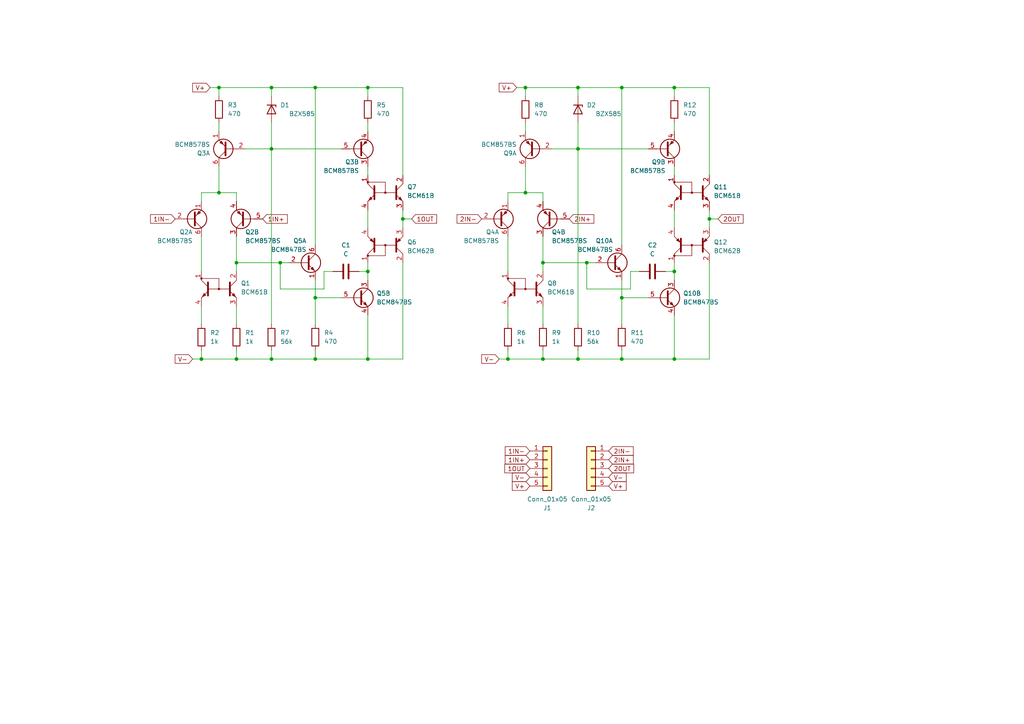
<source format=kicad_sch>
(kicad_sch (version 20250114) (generator "eeschema") (generator_version "9.0")
  (paper "A4")
  (lib_symbols
    (symbol "Connector_Generic:Conn_01x05" (pin_names (offset 1.016) (hide yes))
      (property "Reference" "J" (at 0 7.62 0))
      (property "Value" "Conn_01x05" (at 0 -7.62 0))
      (symbol "Conn_01x05_1_1"
        (rectangle (start -1.27 6.35) (end 1.27 -6.35) (stroke (width 0.254)) (fill (type background)))
        (rectangle (start -1.27 5.207) (end 0 4.953) (stroke (width 0.1524)))
        (rectangle (start -1.27 2.667) (end 0 2.413) (stroke (width 0.1524)))
        (rectangle (start -1.27 0.127) (end 0 -0.127) (stroke (width 0.1524)))
        (rectangle (start -1.27 -2.413) (end 0 -2.667) (stroke (width 0.1524)))
        (rectangle (start -1.27 -4.953) (end 0 -5.207) (stroke (width 0.1524)))
        (pin passive line (at -5.08 5.08 0) (length 3.81) (name "Pin_1") (number "1"))
        (pin passive line (at -5.08 2.54 0) (length 3.81) (name "Pin_2") (number "2"))
        (pin passive line (at -5.08 0 0) (length 3.81) (name "Pin_3") (number "3"))
        (pin passive line (at -5.08 -2.54 0) (length 3.81) (name "Pin_4") (number "4"))
        (pin passive line (at -5.08 -5.08 0) (length 3.81) (name "Pin_5") (number "5"))
      )
    )
    (symbol "Device:C" (pin_numbers (hide yes)) (pin_names (offset 0.254))
      (property "Reference" "C" (at 0.635 2.54 0))
      (property "Value" "C" (at 0.635 -2.54 0))
      (symbol "C_0_1"
        (polyline (pts (xy -2.032 0.762) (xy 2.032 0.762)) (stroke (width 0.508)))
        (polyline (pts (xy -2.032 -0.762) (xy 2.032 -0.762)) (stroke (width 0.508)))
      )
      (symbol "C_1_1"
        (pin passive line (at 0 3.81 270) (length 2.794) (name "~") (number "1"))
        (pin passive line (at 0 -3.81 90) (length 2.794) (name "~") (number "2"))
      )
    )
    (symbol "Device:D_Zener" (pin_numbers (hide yes)) (pin_names (offset 1.016) (hide yes))
      (property "Reference" "D" (at 0 2.54 0))
      (property "Value" "D_Zener" (at 0 -2.54 0))
      (symbol "D_Zener_0_1"
        (polyline (pts (xy -1.27 -1.27) (xy -1.27 1.27) (xy -0.762 1.27)) (stroke (width 0.254)))
        (polyline (pts (xy 1.27 0) (xy -1.27 0)))
        (polyline (pts (xy 1.27 -1.27) (xy 1.27 1.27) (xy -1.27 0) (xy 1.27 -1.27)) (stroke (width 0.254)))
      )
      (symbol "D_Zener_1_1"
        (pin passive line (at -3.81 0 0) (length 2.54) (name "K") (number "1"))
        (pin passive line (at 3.81 0 180) (length 2.54) (name "A") (number "2"))
      )
    )
    (symbol "Device:R" (pin_numbers (hide yes)) (pin_names (offset 0))
      (property "Reference" "R" (at 2.032 0 90))
      (property "Value" "R" (at 0 0 90))
      (symbol "R_0_1"
        (rectangle (start -1.016 -2.54) (end 1.016 2.54) (stroke (width 0.254)))
      )
      (symbol "R_1_1"
        (pin passive line (at 0 3.81 270) (length 1.27) (name "~") (number "1"))
        (pin passive line (at 0 -3.81 90) (length 1.27) (name "~") (number "2"))
      )
    )
    (symbol "Transistor_BJT:Q_Dual_NPN_C2C1E1E2" (pin_names (offset 0) (hide yes))
      (property "Reference" "Q" (at 7.62 1.27 0))
      (property "Value" "Q_Dual_NPN_C2C1E1E2" (at 7.62 -1.27 0))
      (symbol "Q_Dual_NPN_C2C1E1E2_0_1"
        (circle (center -5.08 3.048) (radius 0.254) (fill (type outline)))
        (polyline (pts (xy -5.08 2.54) (xy -3.175 0.635)))
        (polyline (pts (xy -5.08 -2.54) (xy -3.175 -0.635)))
        (polyline (pts (xy -3.81 -1.778) (xy -4.318 -1.27) (xy -4.826 -2.286) (xy -3.81 -1.778)) (fill (type outline)))
        (polyline (pts (xy -3.175 -1.905) (xy -3.175 1.905)) (stroke (width 0.508)) (fill (type outline)))
        (polyline (pts (xy 0 0) (xy 0 3.048) (xy -5.08 3.048)))
        (circle (center 0 0) (radius 0.254) (fill (type outline)))
        (polyline (pts (xy 3.175 0) (xy -3.175 0)))
        (polyline (pts (xy 3.175 -1.905) (xy 3.175 1.905)) (stroke (width 0.508)) (fill (type outline)))
        (polyline (pts (xy 3.81 -1.778) (xy 4.318 -1.27) (xy 4.826 -2.286) (xy 3.81 -1.778)) (fill (type outline)))
        (polyline (pts (xy 5.08 2.54) (xy 3.175 0.635)))
        (polyline (pts (xy 5.08 -2.54) (xy 3.175 -0.635)))
      )
      (symbol "Q_Dual_NPN_C2C1E1E2_1_1"
        (pin passive line (at -5.08 5.08 270) (length 2.54) (name "C2") (number "1"))
        (pin passive line (at -5.08 -5.08 90) (length 2.54) (name "E2") (number "4"))
        (pin passive line (at 5.08 5.08 270) (length 2.54) (name "C1") (number "2"))
        (pin passive line (at 5.08 -5.08 90) (length 2.54) (name "E1") (number "3"))
      )
    )
    (symbol "Transistor_BJT:Q_Dual_NPN_NPN_E1B1C2E2B2C1" (pin_names (offset 0) (hide yes))
      (property "Reference" "Q" (at 5.08 1.27 0))
      (property "Value" "Q_Dual_NPN_NPN_E1B1C2E2B2C1" (at 5.08 -1.27 0))
      (symbol "Q_Dual_NPN_NPN_E1B1C2E2B2C1_0_1"
        (polyline (pts (xy 0.635 1.905) (xy 0.635 -1.905)) (stroke (width 0.508)))
        (polyline (pts (xy 0.635 0.635) (xy 2.54 2.54)))
        (polyline (pts (xy 0.635 0) (xy -2.54 0)))
        (polyline (pts (xy 0.635 -0.635) (xy 2.54 -2.54)))
        (circle (center 1.27 0) (radius 2.8194) (stroke (width 0.254)))
        (polyline (pts (xy 1.27 -1.778) (xy 1.778 -1.27) (xy 2.286 -2.286) (xy 1.27 -1.778)) (fill (type outline)))
      )
      (symbol "Q_Dual_NPN_NPN_E1B1C2E2B2C1_1_1"
        (pin input line (at -5.08 0 0) (length 2.54) (name "B1") (number "2"))
        (pin passive line (at 2.54 5.08 270) (length 2.54) (name "C1") (number "6"))
        (pin passive line (at 2.54 -5.08 90) (length 2.54) (name "E1") (number "1"))
      )
      (symbol "Q_Dual_NPN_NPN_E1B1C2E2B2C1_2_1"
        (pin input line (at -5.08 0 0) (length 2.54) (name "B2") (number "5"))
        (pin passive line (at 2.54 5.08 270) (length 2.54) (name "C2") (number "3"))
        (pin passive line (at 2.54 -5.08 90) (length 2.54) (name "E2") (number "4"))
      )
    )
    (symbol "Transistor_BJT:Q_Dual_PNP_C2C1E1E2" (pin_names (offset 0) (hide yes))
      (property "Reference" "Q" (at 7.62 1.27 0))
      (property "Value" "Q_Dual_PNP_C2C1E1E2" (at 7.62 -1.27 0))
      (symbol "Q_Dual_PNP_C2C1E1E2_0_1"
        (polyline (pts (xy -5.08 2.54) (xy -3.175 0.635)))
        (polyline (pts (xy -5.08 -2.54) (xy -3.175 -0.635)))
        (circle (center -5.08 -3.048) (radius 0.254) (fill (type outline)))
        (polyline (pts (xy -3.937 1.905) (xy -4.445 1.397) (xy -3.429 0.889) (xy -3.937 1.905)) (fill (type outline)))
        (polyline (pts (xy -3.175 -1.905) (xy -3.175 1.905)) (stroke (width 0.508)) (fill (type outline)))
        (polyline (pts (xy 0 0) (xy 0 -3.048) (xy -5.08 -3.048)))
        (circle (center 0 0) (radius 0.254) (fill (type outline)))
        (polyline (pts (xy 3.175 0) (xy -3.175 0)))
        (polyline (pts (xy 3.175 -1.905) (xy 3.175 1.905)) (stroke (width 0.508)) (fill (type outline)))
        (polyline (pts (xy 3.937 1.905) (xy 4.445 1.397) (xy 3.429 0.889) (xy 3.937 1.905)) (fill (type outline)))
        (polyline (pts (xy 5.08 2.54) (xy 3.175 0.635)))
        (polyline (pts (xy 5.08 -2.54) (xy 3.175 -0.635)))
      )
      (symbol "Q_Dual_PNP_C2C1E1E2_1_1"
        (pin passive line (at -5.08 5.08 270) (length 2.54) (name "E2") (number "4"))
        (pin passive line (at -5.08 -5.08 90) (length 2.54) (name "C2") (number "1"))
        (pin passive line (at 5.08 5.08 270) (length 2.54) (name "E1") (number "3"))
        (pin passive line (at 5.08 -5.08 90) (length 2.54) (name "C1") (number "2"))
      )
    )
    (symbol "Transistor_BJT:Q_Dual_PNP_PNP_E1B1C2E2B2C1" (pin_names (offset 0) (hide yes))
      (property "Reference" "Q" (at 5.08 1.27 0))
      (property "Value" "Q_Dual_PNP_PNP_E1B1C2E2B2C1" (at 5.08 -1.27 0))
      (symbol "Q_Dual_PNP_PNP_E1B1C2E2B2C1_0_1"
        (polyline (pts (xy 0.635 1.905) (xy 0.635 -1.905)) (stroke (width 0.508)))
        (polyline (pts (xy 0.635 0.635) (xy 2.54 2.54)))
        (polyline (pts (xy 0.635 0) (xy -2.54 0)))
        (polyline (pts (xy 0.635 -0.635) (xy 2.54 -2.54)))
        (circle (center 1.27 0) (radius 2.8194) (stroke (width 0.254)))
        (polyline (pts (xy 2.286 -1.778) (xy 1.778 -2.286) (xy 1.27 -1.27) (xy 2.286 -1.778)) (fill (type outline)))
      )
      (symbol "Q_Dual_PNP_PNP_E1B1C2E2B2C1_1_1"
        (pin input line (at -5.08 0 0) (length 2.54) (name "B1") (number "2"))
        (pin passive line (at 2.54 5.08 270) (length 2.54) (name "C1") (number "6"))
        (pin passive line (at 2.54 -5.08 90) (length 2.54) (name "E1") (number "1"))
      )
      (symbol "Q_Dual_PNP_PNP_E1B1C2E2B2C1_2_1"
        (pin input line (at -5.08 0 0) (length 2.54) (name "B2") (number "5"))
        (pin passive line (at 2.54 5.08 270) (length 2.54) (name "C2") (number "3"))
        (pin passive line (at 2.54 -5.08 90) (length 2.54) (name "E2") (number "4"))
      )
    )
  )
  (junction (at 157.48 104.14))
  (junction (at 106.68 25.4))
  (junction (at 116.84 63.5))
  (junction (at 152.4 55.88))
  (junction (at 78.74 104.14))
  (junction (at 58.42 104.14))
  (junction (at 78.74 43.18))
  (junction (at 91.44 104.14))
  (junction (at 180.34 25.4))
  (junction (at 157.48 76.2))
  (junction (at 147.32 104.14))
  (junction (at 68.58 104.14))
  (junction (at 106.68 104.14))
  (junction (at 180.34 86.36))
  (junction (at 63.5 55.88))
  (junction (at 167.64 25.4))
  (junction (at 81.28 76.2))
  (junction (at 205.74 63.5))
  (junction (at 91.44 86.36))
  (junction (at 78.74 25.4))
  (junction (at 170.18 76.2))
  (junction (at 167.64 43.18))
  (junction (at 63.5 25.4))
  (junction (at 106.68 78.74))
  (junction (at 195.58 78.74))
  (junction (at 167.64 104.14))
  (junction (at 68.58 76.2))
  (junction (at 195.58 25.4))
  (junction (at 180.34 104.14))
  (junction (at 195.58 104.14))
  (junction (at 91.44 25.4))
  (junction (at 152.4 25.4))
  (wire (pts (xy 167.64 35.56) (xy 167.64 43.18)))
  (wire (pts (xy 195.58 35.56) (xy 195.58 38.1)))
  (wire (pts (xy 152.4 27.94) (xy 152.4 25.4)))
  (wire (pts (xy 91.44 101.6) (xy 91.44 104.14)))
  (wire (pts (xy 104.14 78.74) (xy 106.68 78.74)))
  (wire (pts (xy 180.34 25.4) (xy 180.34 71.12)))
  (wire (pts (xy 68.58 76.2) (xy 81.28 76.2)))
  (wire (pts (xy 185.42 78.74) (xy 182.88 78.74)))
  (wire (pts (xy 147.32 88.9) (xy 147.32 93.98)))
  (wire (pts (xy 116.84 76.2) (xy 116.84 104.14)))
  (wire (pts (xy 78.74 104.14) (xy 91.44 104.14)))
  (wire (pts (xy 58.42 55.88) (xy 58.42 58.42)))
  (wire (pts (xy 68.58 104.14) (xy 68.58 101.6)))
  (wire (pts (xy 68.58 55.88) (xy 63.5 55.88)))
  (wire (pts (xy 195.58 91.44) (xy 195.58 104.14)))
  (wire (pts (xy 106.68 25.4) (xy 106.68 27.94)))
  (wire (pts (xy 78.74 25.4) (xy 78.74 27.94)))
  (wire (pts (xy 157.48 104.14) (xy 167.64 104.14)))
  (wire (pts (xy 78.74 43.18) (xy 78.74 93.98)))
  (wire (pts (xy 160.02 43.18) (xy 167.64 43.18)))
  (wire (pts (xy 193.04 78.74) (xy 195.58 78.74)))
  (wire (pts (xy 106.68 91.44) (xy 106.68 104.14)))
  (wire (pts (xy 182.88 78.74) (xy 182.88 83.82)))
  (wire (pts (xy 81.28 83.82) (xy 81.28 76.2)))
  (wire (pts (xy 205.74 63.5) (xy 205.74 66.04)))
  (wire (pts (xy 180.34 25.4) (xy 195.58 25.4)))
  (wire (pts (xy 180.34 86.36) (xy 187.96 86.36)))
  (wire (pts (xy 106.68 104.14) (xy 116.84 104.14)))
  (wire (pts (xy 147.32 68.58) (xy 147.32 78.74)))
  (wire (pts (xy 106.68 76.2) (xy 106.68 78.74)))
  (wire (pts (xy 68.58 68.58) (xy 68.58 76.2)))
  (wire (pts (xy 167.64 25.4) (xy 180.34 25.4)))
  (wire (pts (xy 144.78 104.14) (xy 147.32 104.14)))
  (wire (pts (xy 167.64 43.18) (xy 167.64 93.98)))
  (wire (pts (xy 91.44 25.4) (xy 91.44 71.12)))
  (wire (pts (xy 106.68 60.96) (xy 106.68 66.04)))
  (wire (pts (xy 63.5 27.94) (xy 63.5 25.4)))
  (wire (pts (xy 157.48 76.2) (xy 170.18 76.2)))
  (wire (pts (xy 106.68 35.56) (xy 106.68 38.1)))
  (wire (pts (xy 152.4 48.26) (xy 152.4 55.88)))
  (wire (pts (xy 93.98 83.82) (xy 81.28 83.82)))
  (wire (pts (xy 195.58 104.14) (xy 205.74 104.14)))
  (wire (pts (xy 182.88 83.82) (xy 170.18 83.82)))
  (wire (pts (xy 152.4 25.4) (xy 167.64 25.4)))
  (wire (pts (xy 91.44 86.36) (xy 99.06 86.36)))
  (wire (pts (xy 106.68 78.74) (xy 106.68 81.28)))
  (wire (pts (xy 58.42 101.6) (xy 58.42 104.14)))
  (wire (pts (xy 78.74 43.18) (xy 99.06 43.18)))
  (wire (pts (xy 205.74 25.4) (xy 205.74 50.8)))
  (wire (pts (xy 63.5 25.4) (xy 78.74 25.4)))
  (wire (pts (xy 91.44 81.28) (xy 91.44 86.36)))
  (wire (pts (xy 147.32 101.6) (xy 147.32 104.14)))
  (wire (pts (xy 167.64 43.18) (xy 187.96 43.18)))
  (wire (pts (xy 157.48 104.14) (xy 157.48 101.6)))
  (wire (pts (xy 157.48 68.58) (xy 157.48 76.2)))
  (wire (pts (xy 157.48 55.88) (xy 152.4 55.88)))
  (wire (pts (xy 68.58 58.42) (xy 68.58 55.88)))
  (wire (pts (xy 63.5 48.26) (xy 63.5 55.88)))
  (wire (pts (xy 91.44 86.36) (xy 91.44 93.98)))
  (wire (pts (xy 152.4 35.56) (xy 152.4 38.1)))
  (wire (pts (xy 91.44 104.14) (xy 106.68 104.14)))
  (wire (pts (xy 195.58 25.4) (xy 195.58 27.94)))
  (wire (pts (xy 147.32 104.14) (xy 157.48 104.14)))
  (wire (pts (xy 55.88 104.14) (xy 58.42 104.14)))
  (wire (pts (xy 157.48 88.9) (xy 157.48 93.98)))
  (wire (pts (xy 63.5 55.88) (xy 58.42 55.88)))
  (wire (pts (xy 195.58 76.2) (xy 195.58 78.74)))
  (wire (pts (xy 116.84 60.96) (xy 116.84 63.5)))
  (wire (pts (xy 195.58 60.96) (xy 195.58 66.04)))
  (wire (pts (xy 93.98 78.74) (xy 93.98 83.82)))
  (wire (pts (xy 152.4 55.88) (xy 147.32 55.88)))
  (wire (pts (xy 58.42 68.58) (xy 58.42 78.74)))
  (wire (pts (xy 116.84 63.5) (xy 119.38 63.5)))
  (wire (pts (xy 116.84 63.5) (xy 116.84 66.04)))
  (wire (pts (xy 167.64 101.6) (xy 167.64 104.14)))
  (wire (pts (xy 180.34 81.28) (xy 180.34 86.36)))
  (wire (pts (xy 116.84 25.4) (xy 116.84 50.8)))
  (wire (pts (xy 195.58 78.74) (xy 195.58 81.28)))
  (wire (pts (xy 167.64 25.4) (xy 167.64 27.94)))
  (wire (pts (xy 78.74 25.4) (xy 91.44 25.4)))
  (wire (pts (xy 91.44 25.4) (xy 106.68 25.4)))
  (wire (pts (xy 157.48 58.42) (xy 157.48 55.88)))
  (wire (pts (xy 195.58 25.4) (xy 205.74 25.4)))
  (wire (pts (xy 180.34 101.6) (xy 180.34 104.14)))
  (wire (pts (xy 149.86 25.4) (xy 152.4 25.4)))
  (wire (pts (xy 58.42 88.9) (xy 58.42 93.98)))
  (wire (pts (xy 68.58 104.14) (xy 78.74 104.14)))
  (wire (pts (xy 195.58 48.26) (xy 195.58 50.8)))
  (wire (pts (xy 106.68 48.26) (xy 106.68 50.8)))
  (wire (pts (xy 78.74 101.6) (xy 78.74 104.14)))
  (wire (pts (xy 170.18 83.82) (xy 170.18 76.2)))
  (wire (pts (xy 63.5 35.56) (xy 63.5 38.1)))
  (wire (pts (xy 205.74 76.2) (xy 205.74 104.14)))
  (wire (pts (xy 96.52 78.74) (xy 93.98 78.74)))
  (wire (pts (xy 68.58 76.2) (xy 68.58 78.74)))
  (wire (pts (xy 157.48 76.2) (xy 157.48 78.74)))
  (wire (pts (xy 205.74 63.5) (xy 208.28 63.5)))
  (wire (pts (xy 170.18 76.2) (xy 172.72 76.2)))
  (wire (pts (xy 78.74 35.56) (xy 78.74 43.18)))
  (wire (pts (xy 147.32 55.88) (xy 147.32 58.42)))
  (wire (pts (xy 60.96 25.4) (xy 63.5 25.4)))
  (wire (pts (xy 68.58 88.9) (xy 68.58 93.98)))
  (wire (pts (xy 167.64 104.14) (xy 180.34 104.14)))
  (wire (pts (xy 58.42 104.14) (xy 68.58 104.14)))
  (wire (pts (xy 81.28 76.2) (xy 83.82 76.2)))
  (wire (pts (xy 180.34 86.36) (xy 180.34 93.98)))
  (wire (pts (xy 205.74 60.96) (xy 205.74 63.5)))
  (wire (pts (xy 180.34 104.14) (xy 195.58 104.14)))
  (wire (pts (xy 106.68 25.4) (xy 116.84 25.4)))
  (wire (pts (xy 71.12 43.18) (xy 78.74 43.18)))
  (global_label "2IN-" (shape input) (at 139.7 63.5 180) (property "Intersheetrefs" "${INTERSHEET_REFS}" (effects (hide yes))))
  (global_label "V-" (shape input) (at 153.67 138.43 180) (property "Intersheetrefs" "${INTERSHEET_REFS}" (effects (hide yes))))
  (global_label "1IN+" (shape input) (at 153.67 133.35 180) (property "Intersheetrefs" "${INTERSHEET_REFS}" (effects (hide yes))))
  (global_label "1IN-" (shape input) (at 50.8 63.5 180) (property "Intersheetrefs" "${INTERSHEET_REFS}" (effects (hide yes))))
  (global_label "V+" (shape input) (at 60.96 25.4 180) (property "Intersheetrefs" "${INTERSHEET_REFS}" (effects (hide yes))))
  (global_label "2IN-" (shape input) (at 176.53 130.81 0) (property "Intersheetrefs" "${INTERSHEET_REFS}" (effects (hide yes))))
  (global_label "V+" (shape input) (at 153.67 140.97 180) (property "Intersheetrefs" "${INTERSHEET_REFS}" (effects (hide yes))))
  (global_label "V+" (shape input) (at 176.53 140.97 0) (property "Intersheetrefs" "${INTERSHEET_REFS}" (effects (hide yes))))
  (global_label "2IN+" (shape input) (at 165.1 63.5 0) (property "Intersheetrefs" "${INTERSHEET_REFS}" (effects (hide yes))))
  (global_label "V-" (shape input) (at 144.78 104.14 180) (property "Intersheetrefs" "${INTERSHEET_REFS}" (effects (hide yes))))
  (global_label "1IN+" (shape input) (at 76.2 63.5 0) (property "Intersheetrefs" "${INTERSHEET_REFS}" (effects (hide yes))))
  (global_label "V-" (shape input) (at 55.88 104.14 180) (property "Intersheetrefs" "${INTERSHEET_REFS}" (effects (hide yes))))
  (global_label "1OUT" (shape input) (at 153.67 135.89 180) (property "Intersheetrefs" "${INTERSHEET_REFS}" (effects (hide yes))))
  (global_label "V-" (shape input) (at 176.53 138.43 0) (property "Intersheetrefs" "${INTERSHEET_REFS}" (effects (hide yes))))
  (global_label "2OUT" (shape input) (at 208.28 63.5 0) (property "Intersheetrefs" "${INTERSHEET_REFS}" (effects (hide yes))))
  (global_label "V+" (shape input) (at 149.86 25.4 180) (property "Intersheetrefs" "${INTERSHEET_REFS}" (effects (hide yes))))
  (global_label "2OUT" (shape input) (at 176.53 135.89 0) (property "Intersheetrefs" "${INTERSHEET_REFS}" (effects (hide yes))))
  (global_label "2IN+" (shape input) (at 176.53 133.35 0) (property "Intersheetrefs" "${INTERSHEET_REFS}" (effects (hide yes))))
  (global_label "1OUT" (shape input) (at 119.38 63.5 0) (property "Intersheetrefs" "${INTERSHEET_REFS}" (effects (hide yes))))
  (global_label "1IN-" (shape input) (at 153.67 130.81 180) (property "Intersheetrefs" "${INTERSHEET_REFS}" (effects (hide yes))))
  (symbol (lib_id "Transistor_BJT:Q_Dual_NPN_C2C1E1E2") (at 200.66 55.88 0) (unit 1)
    (property "Reference" "Q11" (at 207.01 54.2289 0) (effects (justify left)))
    (property "Value" "BCM61B" (at 207.01 56.7689 0) (effects (justify left)))
    (property "Footprint" "Package_TO_SOT_SMD:SOT-143" (effects (hide yes)))
    (property "Description" "Double NPN transistors, current mirror configuration" (effects (hide yes)))
  )
  (symbol (lib_id "Device:R") (at 180.34 97.79 0) (unit 1)
    (property "Reference" "R11" (at 182.88 96.5199 0) (effects (justify left)))
    (property "Value" "470" (at 182.88 99.0599 0) (effects (justify left)))
    (property "Footprint" "Resistor_SMD:R_0402_1005Metric" (effects (hide yes)))
    (property "Description" "Resistor" (effects (hide yes)))
  )
  (symbol (lib_id "Transistor_BJT:Q_Dual_PNP_PNP_E1B1C2E2B2C1") (at 144.78 63.5 0) (mirror x) (unit 1)
    (property "Reference" "Q4" (at 144.78 67.31 0) (effects (justify right)))
    (property "Value" "BCM857BS" (at 144.78 69.85 0) (effects (justify right)))
    (property "Footprint" "Package_TO_SOT_SMD:SOT-363_SC-70-6" (effects (hide yes)))
    (property "Description" "Dual PNP transistor, 6 pin package" (effects (hide yes)))
  )
  (symbol (lib_id "Transistor_BJT:Q_Dual_PNP_C2C1E1E2") (at 111.76 71.12 0) (unit 1)
    (property "Reference" "Q6" (at 118.11 70.2309 0) (effects (justify left)))
    (property "Value" "BCM62B" (at 118.11 72.7709 0) (effects (justify left)))
    (property "Footprint" "Package_TO_SOT_SMD:SOT-143" (effects (hide yes)))
    (property "Description" "Double PNP transistors, current mirror configuration" (effects (hide yes)))
  )
  (symbol (lib_id "Transistor_BJT:Q_Dual_PNP_PNP_E1B1C2E2B2C1") (at 104.14 43.18 0) (mirror x) (unit 2)
    (property "Reference" "Q3" (at 104.14 46.99 0) (effects (justify right)))
    (property "Value" "BCM857BS" (at 104.14 49.53 0) (effects (justify right)))
    (property "Footprint" "Package_TO_SOT_SMD:SOT-363_SC-70-6" (effects (hide yes)))
    (property "Description" "Dual PNP transistor, 6 pin package" (effects (hide yes)))
  )
  (symbol (lib_id "Device:R") (at 195.58 31.75 0) (unit 1)
    (property "Reference" "R12" (at 198.12 30.4799 0) (effects (justify left)))
    (property "Value" "470" (at 198.12 33.0199 0) (effects (justify left)))
    (property "Footprint" "Resistor_SMD:R_0402_1005Metric" (effects (hide yes)))
    (property "Description" "Resistor" (effects (hide yes)))
  )
  (symbol (lib_id "Connector_Generic:Conn_01x05") (at 158.75 135.89 0) (unit 1)
    (property "Reference" "J1" (at 158.75 147.32 0))
    (property "Value" "Conn_01x05" (at 158.75 144.78 0))
    (property "Footprint" "Connector_PinHeader_1.27mm:PinHeader_1x05_P1.27mm_Vertical" (effects (hide yes)))
    (property "Description" "Generic connector, single row, 01x05, script generated (kicad-library-utils/schlib/autogen/connector/)" (effects (hide yes)))
  )
  (symbol (lib_id "Transistor_BJT:Q_Dual_PNP_C2C1E1E2") (at 200.66 71.12 0) (unit 1)
    (property "Reference" "Q12" (at 207.01 70.2309 0) (effects (justify left)))
    (property "Value" "BCM62B" (at 207.01 72.7709 0) (effects (justify left)))
    (property "Footprint" "Package_TO_SOT_SMD:SOT-143" (effects (hide yes)))
    (property "Description" "Double PNP transistors, current mirror configuration" (effects (hide yes)))
  )
  (symbol (lib_id "Transistor_BJT:Q_Dual_PNP_PNP_E1B1C2E2B2C1") (at 154.94 43.18 180) (unit 1)
    (property "Reference" "Q9" (at 149.86 44.4501 0) (effects (justify left)))
    (property "Value" "BCM857BS" (at 149.86 41.9101 0) (effects (justify left)))
    (property "Footprint" "Package_TO_SOT_SMD:SOT-363_SC-70-6" (effects (hide yes)))
    (property "Description" "Dual PNP transistor, 6 pin package" (effects (hide yes)))
  )
  (symbol (lib_id "Device:R") (at 152.4 31.75 0) (unit 1)
    (property "Reference" "R8" (at 154.94 30.4799 0) (effects (justify left)))
    (property "Value" "470" (at 154.94 33.0199 0) (effects (justify left)))
    (property "Footprint" "Resistor_SMD:R_0402_1005Metric" (effects (hide yes)))
    (property "Description" "Resistor" (effects (hide yes)))
  )
  (symbol (lib_id "Device:R") (at 157.48 97.79 0) (unit 1)
    (property "Reference" "R9" (at 160.02 96.5199 0) (effects (justify left)))
    (property "Value" "1k" (at 160.02 99.0599 0) (effects (justify left)))
    (property "Footprint" "Resistor_SMD:R_0402_1005Metric" (effects (hide yes)))
    (property "Description" "Resistor" (effects (hide yes)))
  )
  (symbol (lib_id "Transistor_BJT:Q_Dual_NPN_NPN_E1B1C2E2B2C1") (at 104.14 86.36 0) (unit 2)
    (property "Reference" "Q5" (at 109.22 85.0899 0) (effects (justify left)))
    (property "Value" "BCM847BS" (at 109.22 87.6299 0) (effects (justify left)))
    (property "Footprint" "Package_TO_SOT_SMD:SOT-363_SC-70-6" (effects (hide yes)))
    (property "Description" "Dual NPN transistor, 6 pin package" (effects (hide yes)))
  )
  (symbol (lib_id "Transistor_BJT:Q_Dual_PNP_PNP_E1B1C2E2B2C1") (at 193.04 43.18 0) (mirror x) (unit 2)
    (property "Reference" "Q9" (at 193.04 46.99 0) (effects (justify right)))
    (property "Value" "BCM857BS" (at 193.04 49.53 0) (effects (justify right)))
    (property "Footprint" "Package_TO_SOT_SMD:SOT-363_SC-70-6" (effects (hide yes)))
    (property "Description" "Dual PNP transistor, 6 pin package" (effects (hide yes)))
  )
  (symbol (lib_id "Device:D_Zener") (at 167.64 31.75 270) (unit 1)
    (property "Reference" "D2" (at 170.18 30.4799 90) (effects (justify left)))
    (property "Value" "BZX585" (at 172.72 33.0199 90) (effects (justify left)))
    (property "Footprint" "Diode_SMD:D_SOD-523" (effects (hide yes)))
    (property "Description" "Zener diode" (effects (hide yes)))
  )
  (symbol (lib_id "Device:R") (at 78.74 97.79 0) (unit 1)
    (property "Reference" "R7" (at 81.28 96.5199 0) (effects (justify left)))
    (property "Value" "56k" (at 81.28 99.0599 0) (effects (justify left)))
    (property "Footprint" "Resistor_SMD:R_0402_1005Metric" (effects (hide yes)))
    (property "Description" "Resistor" (effects (hide yes)))
  )
  (symbol (lib_id "Device:C") (at 189.23 78.74 90) (unit 1)
    (property "Reference" "C2" (at 189.23 71.12 90))
    (property "Value" "C" (at 189.23 73.66 90))
    (property "Footprint" "Capacitor_SMD:C_0402_1005Metric" (effects (hide yes)))
    (property "Description" "Unpolarized capacitor" (effects (hide yes)))
  )
  (symbol (lib_id "Device:R") (at 167.64 97.79 0) (unit 1)
    (property "Reference" "R10" (at 170.18 96.5199 0) (effects (justify left)))
    (property "Value" "56k" (at 170.18 99.0599 0) (effects (justify left)))
    (property "Footprint" "Resistor_SMD:R_0402_1005Metric" (effects (hide yes)))
    (property "Description" "Resistor" (effects (hide yes)))
  )
  (symbol (lib_id "Device:R") (at 106.68 31.75 0) (unit 1)
    (property "Reference" "R5" (at 109.22 30.4799 0) (effects (justify left)))
    (property "Value" "470" (at 109.22 33.0199 0) (effects (justify left)))
    (property "Footprint" "Resistor_SMD:R_0402_1005Metric" (effects (hide yes)))
    (property "Description" "Resistor" (effects (hide yes)))
  )
  (symbol (lib_id "Transistor_BJT:Q_Dual_PNP_PNP_E1B1C2E2B2C1") (at 55.88 63.5 0) (mirror x) (unit 1)
    (property "Reference" "Q2" (at 55.88 67.31 0) (effects (justify right)))
    (property "Value" "BCM857BS" (at 55.88 69.85 0) (effects (justify right)))
    (property "Footprint" "Package_TO_SOT_SMD:SOT-363_SC-70-6" (effects (hide yes)))
    (property "Description" "Dual PNP transistor, 6 pin package" (effects (hide yes)))
  )
  (symbol (lib_id "Transistor_BJT:Q_Dual_NPN_NPN_E1B1C2E2B2C1") (at 193.04 86.36 0) (unit 2)
    (property "Reference" "Q10" (at 198.12 85.0899 0) (effects (justify left)))
    (property "Value" "BCM847BS" (at 198.12 87.6299 0) (effects (justify left)))
    (property "Footprint" "Package_TO_SOT_SMD:SOT-363_SC-70-6" (effects (hide yes)))
    (property "Description" "Dual NPN transistor, 6 pin package" (effects (hide yes)))
  )
  (symbol (lib_id "Device:R") (at 68.58 97.79 0) (unit 1)
    (property "Reference" "R1" (at 71.12 96.5199 0) (effects (justify left)))
    (property "Value" "1k" (at 71.12 99.0599 0) (effects (justify left)))
    (property "Footprint" "Resistor_SMD:R_0402_1005Metric" (effects (hide yes)))
    (property "Description" "Resistor" (effects (hide yes)))
  )
  (symbol (lib_id "Transistor_BJT:Q_Dual_NPN_NPN_E1B1C2E2B2C1") (at 88.9 76.2 0) (unit 1)
    (property "Reference" "Q5" (at 88.9 69.85 0) (effects (justify right)))
    (property "Value" "BCM847BS" (at 88.9 72.39 0) (effects (justify right)))
    (property "Footprint" "Package_TO_SOT_SMD:SOT-363_SC-70-6" (effects (hide yes)))
    (property "Description" "Dual NPN transistor, 6 pin package" (effects (hide yes)))
  )
  (symbol (lib_id "Transistor_BJT:Q_Dual_NPN_C2C1E1E2") (at 63.5 83.82 0) (unit 1)
    (property "Reference" "Q1" (at 69.85 82.1689 0) (effects (justify left)))
    (property "Value" "BCM61B" (at 69.85 84.7089 0) (effects (justify left)))
    (property "Footprint" "Package_TO_SOT_SMD:SOT-143" (effects (hide yes)))
    (property "Description" "Double NPN transistors, current mirror configuration" (effects (hide yes)))
  )
  (symbol (lib_id "Device:R") (at 63.5 31.75 0) (unit 1)
    (property "Reference" "R3" (at 66.04 30.4799 0) (effects (justify left)))
    (property "Value" "470" (at 66.04 33.0199 0) (effects (justify left)))
    (property "Footprint" "Resistor_SMD:R_0402_1005Metric" (effects (hide yes)))
    (property "Description" "Resistor" (effects (hide yes)))
  )
  (symbol (lib_id "Device:R") (at 91.44 97.79 0) (unit 1)
    (property "Reference" "R4" (at 93.98 96.5199 0) (effects (justify left)))
    (property "Value" "470" (at 93.98 99.0599 0) (effects (justify left)))
    (property "Footprint" "Resistor_SMD:R_0402_1005Metric" (effects (hide yes)))
    (property "Description" "Resistor" (effects (hide yes)))
  )
  (symbol (lib_id "Device:R") (at 147.32 97.79 0) (unit 1)
    (property "Reference" "R6" (at 149.86 96.5199 0) (effects (justify left)))
    (property "Value" "1k" (at 149.86 99.0599 0) (effects (justify left)))
    (property "Footprint" "Resistor_SMD:R_0402_1005Metric" (effects (hide yes)))
    (property "Description" "Resistor" (effects (hide yes)))
  )
  (symbol (lib_id "Transistor_BJT:Q_Dual_NPN_C2C1E1E2") (at 152.4 83.82 0) (unit 1)
    (property "Reference" "Q8" (at 158.75 82.1689 0) (effects (justify left)))
    (property "Value" "BCM61B" (at 158.75 84.7089 0) (effects (justify left)))
    (property "Footprint" "Package_TO_SOT_SMD:SOT-143" (effects (hide yes)))
    (property "Description" "Double NPN transistors, current mirror configuration" (effects (hide yes)))
  )
  (symbol (lib_id "Transistor_BJT:Q_Dual_PNP_PNP_E1B1C2E2B2C1") (at 160.02 63.5 180) (unit 2)
    (property "Reference" "Q4" (at 160.02 67.31 0) (effects (justify right)))
    (property "Value" "BCM857BS" (at 160.02 69.85 0) (effects (justify right)))
    (property "Footprint" "Package_TO_SOT_SMD:SOT-363_SC-70-6" (effects (hide yes)))
    (property "Description" "Dual PNP transistor, 6 pin package" (effects (hide yes)))
  )
  (symbol (lib_id "Transistor_BJT:Q_Dual_NPN_C2C1E1E2") (at 111.76 55.88 0) (unit 1)
    (property "Reference" "Q7" (at 118.11 54.2289 0) (effects (justify left)))
    (property "Value" "BCM61B" (at 118.11 56.7689 0) (effects (justify left)))
    (property "Footprint" "Package_TO_SOT_SMD:SOT-143" (effects (hide yes)))
    (property "Description" "Double NPN transistors, current mirror configuration" (effects (hide yes)))
  )
  (symbol (lib_id "Device:D_Zener") (at 78.74 31.75 270) (unit 1)
    (property "Reference" "D1" (at 81.28 30.4799 90) (effects (justify left)))
    (property "Value" "BZX585" (at 83.82 33.0199 90) (effects (justify left)))
    (property "Footprint" "Diode_SMD:D_SOD-523" (effects (hide yes)))
    (property "Description" "Zener diode" (effects (hide yes)))
  )
  (symbol (lib_id "Transistor_BJT:Q_Dual_PNP_PNP_E1B1C2E2B2C1") (at 66.04 43.18 180) (unit 1)
    (property "Reference" "Q3" (at 60.96 44.4501 0) (effects (justify left)))
    (property "Value" "BCM857BS" (at 60.96 41.9101 0) (effects (justify left)))
    (property "Footprint" "Package_TO_SOT_SMD:SOT-363_SC-70-6" (effects (hide yes)))
    (property "Description" "Dual PNP transistor, 6 pin package" (effects (hide yes)))
  )
  (symbol (lib_id "Device:R") (at 58.42 97.79 0) (unit 1)
    (property "Reference" "R2" (at 60.96 96.5199 0) (effects (justify left)))
    (property "Value" "1k" (at 60.96 99.0599 0) (effects (justify left)))
    (property "Footprint" "Resistor_SMD:R_0402_1005Metric" (effects (hide yes)))
    (property "Description" "Resistor" (effects (hide yes)))
  )
  (symbol (lib_id "Connector_Generic:Conn_01x05") (at 171.45 135.89 0) (mirror y) (unit 1)
    (property "Reference" "J2" (at 171.45 147.32 0))
    (property "Value" "Conn_01x05" (at 171.45 144.78 0))
    (property "Footprint" "Connector_PinHeader_1.27mm:PinHeader_1x05_P1.27mm_Vertical" (effects (hide yes)))
    (property "Description" "Generic connector, single row, 01x05, script generated (kicad-library-utils/schlib/autogen/connector/)" (effects (hide yes)))
  )
  (symbol (lib_id "Transistor_BJT:Q_Dual_PNP_PNP_E1B1C2E2B2C1") (at 71.12 63.5 180) (unit 2)
    (property "Reference" "Q2" (at 71.12 67.31 0) (effects (justify right)))
    (property "Value" "BCM857BS" (at 71.12 69.85 0) (effects (justify right)))
    (property "Footprint" "Package_TO_SOT_SMD:SOT-363_SC-70-6" (effects (hide yes)))
    (property "Description" "Dual PNP transistor, 6 pin package" (effects (hide yes)))
  )
  (symbol (lib_id "Device:C") (at 100.33 78.74 90) (unit 1)
    (property "Reference" "C1" (at 100.33 71.12 90))
    (property "Value" "C" (at 100.33 73.66 90))
    (property "Footprint" "Capacitor_SMD:C_0402_1005Metric" (effects (hide yes)))
    (property "Description" "Unpolarized capacitor" (effects (hide yes)))
  )
  (symbol (lib_id "Transistor_BJT:Q_Dual_NPN_NPN_E1B1C2E2B2C1") (at 177.8 76.2 0) (unit 1)
    (property "Reference" "Q10" (at 177.8 69.85 0) (effects (justify right)))
    (property "Value" "BCM847BS" (at 177.8 72.39 0) (effects (justify right)))
    (property "Footprint" "Package_TO_SOT_SMD:SOT-363_SC-70-6" (effects (hide yes)))
    (property "Description" "Dual NPN transistor, 6 pin package" (effects (hide yes)))
  )
)
</source>
